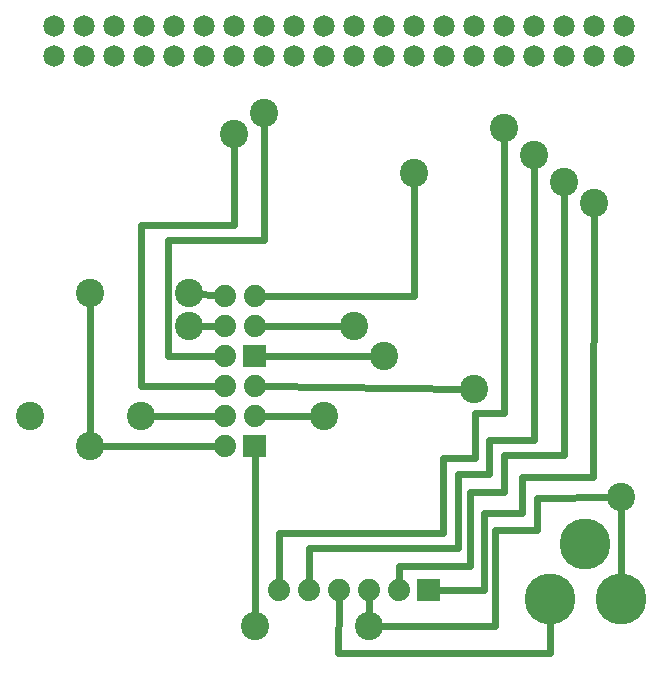
<source format=gbl>
G04 MADE WITH FRITZING*
G04 WWW.FRITZING.ORG*
G04 DOUBLE SIDED*
G04 HOLES PLATED*
G04 CONTOUR ON CENTER OF CONTOUR VECTOR*
%ASAXBY*%
%FSLAX23Y23*%
%MOIN*%
%OFA0B0*%
%SFA1.0B1.0*%
%ADD10C,0.170000*%
%ADD11C,0.074000*%
%ADD12C,0.071889*%
%ADD13C,0.071917*%
%ADD14C,0.094488*%
%ADD15C,0.024000*%
%ADD16R,0.001000X0.001000*%
%LNCOPPER0*%
G90*
G70*
G54D10*
X1787Y239D03*
X2024Y239D03*
X1905Y424D03*
G54D11*
X1384Y269D03*
X1284Y269D03*
X1184Y269D03*
X1084Y269D03*
X984Y269D03*
X884Y269D03*
G54D12*
X134Y2049D03*
X234Y2049D03*
X334Y2049D03*
X434Y2049D03*
G54D13*
X534Y2049D03*
G54D12*
X634Y2049D03*
X734Y2049D03*
X834Y2049D03*
X934Y2049D03*
G54D13*
X1034Y2049D03*
G54D12*
X1134Y2049D03*
G54D13*
X1234Y2049D03*
G54D12*
X1334Y2049D03*
X1434Y2049D03*
X1534Y2049D03*
X1634Y2049D03*
G54D13*
X1734Y2049D03*
G54D12*
X1834Y2049D03*
X1934Y2049D03*
X2034Y2049D03*
X2034Y2149D03*
X1934Y2149D03*
X1834Y2149D03*
G54D13*
X1734Y2149D03*
G54D12*
X1634Y2149D03*
X1534Y2149D03*
X1434Y2149D03*
X1334Y2149D03*
G54D13*
X1234Y2149D03*
G54D12*
X1134Y2149D03*
G54D13*
X1034Y2149D03*
G54D12*
X934Y2149D03*
X834Y2149D03*
X734Y2149D03*
X634Y2149D03*
G54D13*
X534Y2149D03*
G54D12*
X434Y2149D03*
X334Y2149D03*
X234Y2149D03*
X134Y2149D03*
G54D14*
X2024Y579D03*
X1934Y1559D03*
X1834Y1629D03*
X1734Y1719D03*
X1634Y1809D03*
G54D11*
X804Y1049D03*
X704Y1049D03*
X804Y1149D03*
X704Y1149D03*
X804Y1249D03*
X704Y1249D03*
X804Y749D03*
X704Y749D03*
X804Y849D03*
X704Y849D03*
X804Y949D03*
X704Y949D03*
G54D14*
X1184Y149D03*
X804Y149D03*
X834Y1859D03*
X734Y1789D03*
X54Y849D03*
X254Y1259D03*
X584Y1259D03*
X1534Y939D03*
X1134Y1149D03*
X1334Y1659D03*
X1234Y1049D03*
X1034Y849D03*
X424Y849D03*
X584Y1149D03*
X254Y749D03*
G54D15*
X884Y459D02*
X884Y300D01*
D02*
X1432Y711D02*
X1432Y459D01*
D02*
X1536Y711D02*
X1432Y711D01*
D02*
X1432Y459D02*
X884Y459D01*
D02*
X1634Y1782D02*
X1634Y859D01*
D02*
X1536Y859D02*
X1536Y711D01*
D02*
X1634Y859D02*
X1536Y859D01*
D02*
X1482Y657D02*
X1482Y410D01*
D02*
X1482Y410D02*
X984Y410D01*
D02*
X984Y410D02*
X984Y300D01*
D02*
X1585Y657D02*
X1482Y657D01*
D02*
X1734Y771D02*
X1585Y771D01*
D02*
X1734Y1692D02*
X1734Y771D01*
D02*
X1585Y771D02*
X1585Y657D01*
D02*
X1284Y300D02*
X1284Y350D01*
D02*
X1635Y721D02*
X1834Y721D01*
D02*
X1521Y350D02*
X1521Y598D01*
D02*
X1284Y350D02*
X1521Y350D01*
D02*
X1521Y598D02*
X1635Y598D01*
D02*
X1635Y598D02*
X1635Y721D01*
D02*
X1566Y269D02*
X1566Y528D01*
D02*
X1566Y528D02*
X1694Y528D01*
D02*
X1694Y647D02*
X1931Y647D01*
D02*
X1694Y528D02*
X1694Y647D01*
D02*
X1415Y269D02*
X1566Y269D01*
D02*
X1081Y59D02*
X1083Y238D01*
D02*
X1787Y59D02*
X1081Y59D01*
D02*
X1787Y169D02*
X1787Y59D01*
D02*
X1931Y647D02*
X1933Y1532D01*
D02*
X1834Y721D02*
X1834Y1602D01*
D02*
X1997Y579D02*
X1744Y578D01*
D02*
X1744Y578D02*
X1744Y469D01*
D02*
X1605Y469D02*
X1605Y149D01*
D02*
X1605Y149D02*
X1210Y149D01*
D02*
X1184Y176D02*
X1184Y238D01*
D02*
X1744Y469D02*
X1605Y469D01*
D02*
X2024Y552D02*
X2024Y309D01*
D02*
X804Y176D02*
X804Y718D01*
D02*
X834Y1438D02*
X513Y1438D01*
D02*
X513Y1438D02*
X513Y1049D01*
D02*
X513Y1049D02*
X672Y1049D01*
D02*
X834Y1832D02*
X834Y1438D01*
D02*
X735Y1487D02*
X424Y1487D01*
D02*
X424Y1487D02*
X424Y949D01*
D02*
X734Y1762D02*
X735Y1487D01*
D02*
X424Y949D02*
X672Y949D01*
D02*
X254Y1232D02*
X254Y776D01*
D02*
X610Y1257D02*
X673Y1252D01*
D02*
X610Y1149D02*
X672Y1149D01*
D02*
X672Y849D02*
X450Y849D01*
D02*
X1007Y849D02*
X835Y849D01*
D02*
X672Y749D02*
X280Y749D01*
D02*
X1507Y939D02*
X835Y949D01*
D02*
X1207Y1049D02*
X835Y1049D01*
D02*
X1107Y1149D02*
X835Y1149D01*
D02*
X1334Y1632D02*
X1334Y1249D01*
D02*
X1334Y1249D02*
X835Y1249D01*
G54D16*
X766Y1086D02*
X839Y1086D01*
X766Y1085D02*
X839Y1085D01*
X766Y1084D02*
X839Y1084D01*
X766Y1083D02*
X839Y1083D01*
X766Y1082D02*
X839Y1082D01*
X766Y1081D02*
X839Y1081D01*
X766Y1080D02*
X839Y1080D01*
X766Y1079D02*
X839Y1079D01*
X766Y1078D02*
X839Y1078D01*
X766Y1077D02*
X839Y1077D01*
X766Y1076D02*
X839Y1076D01*
X766Y1075D02*
X839Y1075D01*
X766Y1074D02*
X839Y1074D01*
X766Y1073D02*
X839Y1073D01*
X766Y1072D02*
X839Y1072D01*
X766Y1071D02*
X839Y1071D01*
X766Y1070D02*
X839Y1070D01*
X766Y1069D02*
X799Y1069D01*
X807Y1069D02*
X839Y1069D01*
X766Y1068D02*
X795Y1068D01*
X811Y1068D02*
X839Y1068D01*
X766Y1067D02*
X793Y1067D01*
X813Y1067D02*
X839Y1067D01*
X766Y1066D02*
X791Y1066D01*
X814Y1066D02*
X839Y1066D01*
X766Y1065D02*
X790Y1065D01*
X816Y1065D02*
X839Y1065D01*
X766Y1064D02*
X789Y1064D01*
X817Y1064D02*
X839Y1064D01*
X766Y1063D02*
X788Y1063D01*
X818Y1063D02*
X839Y1063D01*
X766Y1062D02*
X787Y1062D01*
X819Y1062D02*
X839Y1062D01*
X766Y1061D02*
X786Y1061D01*
X820Y1061D02*
X839Y1061D01*
X766Y1060D02*
X786Y1060D01*
X820Y1060D02*
X839Y1060D01*
X766Y1059D02*
X785Y1059D01*
X821Y1059D02*
X839Y1059D01*
X766Y1058D02*
X784Y1058D01*
X821Y1058D02*
X839Y1058D01*
X766Y1057D02*
X784Y1057D01*
X822Y1057D02*
X839Y1057D01*
X766Y1056D02*
X784Y1056D01*
X822Y1056D02*
X839Y1056D01*
X766Y1055D02*
X783Y1055D01*
X823Y1055D02*
X839Y1055D01*
X766Y1054D02*
X783Y1054D01*
X823Y1054D02*
X839Y1054D01*
X766Y1053D02*
X783Y1053D01*
X823Y1053D02*
X839Y1053D01*
X766Y1052D02*
X783Y1052D01*
X823Y1052D02*
X839Y1052D01*
X766Y1051D02*
X783Y1051D01*
X823Y1051D02*
X839Y1051D01*
X766Y1050D02*
X782Y1050D01*
X823Y1050D02*
X839Y1050D01*
X766Y1049D02*
X782Y1049D01*
X823Y1049D02*
X839Y1049D01*
X766Y1048D02*
X783Y1048D01*
X823Y1048D02*
X839Y1048D01*
X766Y1047D02*
X783Y1047D01*
X823Y1047D02*
X839Y1047D01*
X766Y1046D02*
X783Y1046D01*
X823Y1046D02*
X839Y1046D01*
X766Y1045D02*
X783Y1045D01*
X823Y1045D02*
X839Y1045D01*
X766Y1044D02*
X783Y1044D01*
X823Y1044D02*
X839Y1044D01*
X766Y1043D02*
X784Y1043D01*
X822Y1043D02*
X839Y1043D01*
X766Y1042D02*
X784Y1042D01*
X822Y1042D02*
X839Y1042D01*
X766Y1041D02*
X784Y1041D01*
X822Y1041D02*
X839Y1041D01*
X766Y1040D02*
X785Y1040D01*
X821Y1040D02*
X839Y1040D01*
X766Y1039D02*
X785Y1039D01*
X820Y1039D02*
X839Y1039D01*
X766Y1038D02*
X786Y1038D01*
X820Y1038D02*
X839Y1038D01*
X766Y1037D02*
X787Y1037D01*
X819Y1037D02*
X839Y1037D01*
X766Y1036D02*
X788Y1036D01*
X818Y1036D02*
X839Y1036D01*
X766Y1035D02*
X789Y1035D01*
X817Y1035D02*
X839Y1035D01*
X766Y1034D02*
X790Y1034D01*
X816Y1034D02*
X839Y1034D01*
X766Y1033D02*
X791Y1033D01*
X815Y1033D02*
X839Y1033D01*
X766Y1032D02*
X793Y1032D01*
X813Y1032D02*
X839Y1032D01*
X766Y1031D02*
X795Y1031D01*
X811Y1031D02*
X839Y1031D01*
X766Y1030D02*
X798Y1030D01*
X808Y1030D02*
X839Y1030D01*
X766Y1029D02*
X839Y1029D01*
X766Y1028D02*
X839Y1028D01*
X766Y1027D02*
X839Y1027D01*
X766Y1026D02*
X839Y1026D01*
X766Y1025D02*
X839Y1025D01*
X766Y1024D02*
X839Y1024D01*
X766Y1023D02*
X839Y1023D01*
X766Y1022D02*
X839Y1022D01*
X766Y1021D02*
X839Y1021D01*
X766Y1020D02*
X839Y1020D01*
X766Y1019D02*
X839Y1019D01*
X766Y1018D02*
X839Y1018D01*
X766Y1017D02*
X839Y1017D01*
X766Y1016D02*
X839Y1016D01*
X766Y1015D02*
X839Y1015D01*
X766Y1014D02*
X839Y1014D01*
X766Y1013D02*
X839Y1013D01*
X766Y786D02*
X839Y786D01*
X766Y785D02*
X839Y785D01*
X766Y784D02*
X839Y784D01*
X766Y783D02*
X839Y783D01*
X766Y782D02*
X839Y782D01*
X766Y781D02*
X839Y781D01*
X766Y780D02*
X839Y780D01*
X766Y779D02*
X839Y779D01*
X766Y778D02*
X839Y778D01*
X766Y777D02*
X839Y777D01*
X766Y776D02*
X839Y776D01*
X766Y775D02*
X839Y775D01*
X766Y774D02*
X839Y774D01*
X766Y773D02*
X839Y773D01*
X766Y772D02*
X839Y772D01*
X766Y771D02*
X839Y771D01*
X766Y770D02*
X839Y770D01*
X766Y769D02*
X799Y769D01*
X807Y769D02*
X839Y769D01*
X766Y768D02*
X795Y768D01*
X811Y768D02*
X839Y768D01*
X766Y767D02*
X793Y767D01*
X813Y767D02*
X839Y767D01*
X766Y766D02*
X791Y766D01*
X815Y766D02*
X839Y766D01*
X766Y765D02*
X790Y765D01*
X816Y765D02*
X839Y765D01*
X766Y764D02*
X789Y764D01*
X817Y764D02*
X839Y764D01*
X766Y763D02*
X788Y763D01*
X818Y763D02*
X839Y763D01*
X766Y762D02*
X787Y762D01*
X819Y762D02*
X839Y762D01*
X766Y761D02*
X786Y761D01*
X820Y761D02*
X839Y761D01*
X766Y760D02*
X786Y760D01*
X820Y760D02*
X839Y760D01*
X766Y759D02*
X785Y759D01*
X821Y759D02*
X839Y759D01*
X766Y758D02*
X784Y758D01*
X821Y758D02*
X839Y758D01*
X766Y757D02*
X784Y757D01*
X822Y757D02*
X839Y757D01*
X766Y756D02*
X784Y756D01*
X822Y756D02*
X839Y756D01*
X766Y755D02*
X783Y755D01*
X823Y755D02*
X839Y755D01*
X766Y754D02*
X783Y754D01*
X823Y754D02*
X839Y754D01*
X766Y753D02*
X783Y753D01*
X823Y753D02*
X839Y753D01*
X766Y752D02*
X783Y752D01*
X823Y752D02*
X839Y752D01*
X766Y751D02*
X783Y751D01*
X823Y751D02*
X839Y751D01*
X766Y750D02*
X782Y750D01*
X823Y750D02*
X839Y750D01*
X766Y749D02*
X782Y749D01*
X823Y749D02*
X839Y749D01*
X766Y748D02*
X783Y748D01*
X823Y748D02*
X839Y748D01*
X766Y747D02*
X783Y747D01*
X823Y747D02*
X839Y747D01*
X766Y746D02*
X783Y746D01*
X823Y746D02*
X839Y746D01*
X766Y745D02*
X783Y745D01*
X823Y745D02*
X839Y745D01*
X766Y744D02*
X783Y744D01*
X823Y744D02*
X839Y744D01*
X766Y743D02*
X784Y743D01*
X822Y743D02*
X839Y743D01*
X766Y742D02*
X784Y742D01*
X822Y742D02*
X839Y742D01*
X766Y741D02*
X784Y741D01*
X822Y741D02*
X839Y741D01*
X766Y740D02*
X785Y740D01*
X821Y740D02*
X839Y740D01*
X766Y739D02*
X785Y739D01*
X820Y739D02*
X839Y739D01*
X766Y738D02*
X786Y738D01*
X820Y738D02*
X839Y738D01*
X766Y737D02*
X787Y737D01*
X819Y737D02*
X839Y737D01*
X766Y736D02*
X788Y736D01*
X818Y736D02*
X839Y736D01*
X766Y735D02*
X789Y735D01*
X817Y735D02*
X839Y735D01*
X766Y734D02*
X790Y734D01*
X816Y734D02*
X839Y734D01*
X766Y733D02*
X791Y733D01*
X815Y733D02*
X839Y733D01*
X766Y732D02*
X793Y732D01*
X813Y732D02*
X839Y732D01*
X766Y731D02*
X795Y731D01*
X811Y731D02*
X839Y731D01*
X766Y730D02*
X798Y730D01*
X808Y730D02*
X839Y730D01*
X766Y729D02*
X839Y729D01*
X766Y728D02*
X839Y728D01*
X766Y727D02*
X839Y727D01*
X766Y726D02*
X839Y726D01*
X766Y725D02*
X839Y725D01*
X766Y724D02*
X839Y724D01*
X766Y723D02*
X839Y723D01*
X766Y722D02*
X839Y722D01*
X766Y721D02*
X839Y721D01*
X766Y720D02*
X839Y720D01*
X766Y719D02*
X839Y719D01*
X766Y718D02*
X839Y718D01*
X766Y717D02*
X839Y717D01*
X766Y716D02*
X839Y716D01*
X766Y715D02*
X839Y715D01*
X766Y714D02*
X839Y714D01*
X766Y713D02*
X839Y713D01*
X1346Y306D02*
X1419Y306D01*
X1346Y305D02*
X1419Y305D01*
X1346Y304D02*
X1419Y304D01*
X1346Y303D02*
X1419Y303D01*
X1346Y302D02*
X1419Y302D01*
X1346Y301D02*
X1419Y301D01*
X1346Y300D02*
X1419Y300D01*
X1346Y299D02*
X1419Y299D01*
X1346Y298D02*
X1419Y298D01*
X1346Y297D02*
X1419Y297D01*
X1346Y296D02*
X1419Y296D01*
X1346Y295D02*
X1419Y295D01*
X1346Y294D02*
X1419Y294D01*
X1346Y293D02*
X1419Y293D01*
X1346Y292D02*
X1419Y292D01*
X1346Y291D02*
X1419Y291D01*
X1346Y290D02*
X1419Y290D01*
X1346Y289D02*
X1378Y289D01*
X1387Y289D02*
X1419Y289D01*
X1346Y288D02*
X1375Y288D01*
X1391Y288D02*
X1419Y288D01*
X1346Y287D02*
X1373Y287D01*
X1393Y287D02*
X1419Y287D01*
X1346Y286D02*
X1371Y286D01*
X1394Y286D02*
X1419Y286D01*
X1346Y285D02*
X1370Y285D01*
X1396Y285D02*
X1419Y285D01*
X1346Y284D02*
X1369Y284D01*
X1397Y284D02*
X1419Y284D01*
X1346Y283D02*
X1368Y283D01*
X1398Y283D02*
X1419Y283D01*
X1346Y282D02*
X1367Y282D01*
X1399Y282D02*
X1419Y282D01*
X1346Y281D02*
X1366Y281D01*
X1400Y281D02*
X1419Y281D01*
X1346Y280D02*
X1365Y280D01*
X1400Y280D02*
X1419Y280D01*
X1346Y279D02*
X1365Y279D01*
X1401Y279D02*
X1419Y279D01*
X1346Y278D02*
X1364Y278D01*
X1401Y278D02*
X1419Y278D01*
X1346Y277D02*
X1364Y277D01*
X1402Y277D02*
X1419Y277D01*
X1346Y276D02*
X1364Y276D01*
X1402Y276D02*
X1419Y276D01*
X1346Y275D02*
X1363Y275D01*
X1402Y275D02*
X1419Y275D01*
X1346Y274D02*
X1363Y274D01*
X1403Y274D02*
X1419Y274D01*
X1346Y273D02*
X1363Y273D01*
X1403Y273D02*
X1419Y273D01*
X1346Y272D02*
X1363Y272D01*
X1403Y272D02*
X1419Y272D01*
X1346Y271D02*
X1362Y271D01*
X1403Y271D02*
X1419Y271D01*
X1346Y270D02*
X1362Y270D01*
X1403Y270D02*
X1419Y270D01*
X1346Y269D02*
X1362Y269D01*
X1403Y269D02*
X1419Y269D01*
X1346Y268D02*
X1362Y268D01*
X1403Y268D02*
X1419Y268D01*
X1346Y267D02*
X1363Y267D01*
X1403Y267D02*
X1419Y267D01*
X1346Y266D02*
X1363Y266D01*
X1403Y266D02*
X1419Y266D01*
X1346Y265D02*
X1363Y265D01*
X1403Y265D02*
X1419Y265D01*
X1346Y264D02*
X1363Y264D01*
X1402Y264D02*
X1419Y264D01*
X1346Y263D02*
X1363Y263D01*
X1402Y263D02*
X1419Y263D01*
X1346Y262D02*
X1364Y262D01*
X1402Y262D02*
X1419Y262D01*
X1346Y261D02*
X1364Y261D01*
X1401Y261D02*
X1419Y261D01*
X1346Y260D02*
X1365Y260D01*
X1401Y260D02*
X1419Y260D01*
X1346Y259D02*
X1365Y259D01*
X1400Y259D02*
X1419Y259D01*
X1346Y258D02*
X1366Y258D01*
X1400Y258D02*
X1419Y258D01*
X1346Y257D02*
X1367Y257D01*
X1399Y257D02*
X1419Y257D01*
X1346Y256D02*
X1368Y256D01*
X1398Y256D02*
X1419Y256D01*
X1346Y255D02*
X1369Y255D01*
X1397Y255D02*
X1419Y255D01*
X1346Y254D02*
X1370Y254D01*
X1396Y254D02*
X1419Y254D01*
X1346Y253D02*
X1371Y253D01*
X1395Y253D02*
X1419Y253D01*
X1346Y252D02*
X1373Y252D01*
X1393Y252D02*
X1419Y252D01*
X1346Y251D02*
X1375Y251D01*
X1391Y251D02*
X1419Y251D01*
X1346Y250D02*
X1378Y250D01*
X1388Y250D02*
X1419Y250D01*
X1346Y249D02*
X1419Y249D01*
X1346Y248D02*
X1419Y248D01*
X1346Y247D02*
X1419Y247D01*
X1346Y246D02*
X1419Y246D01*
X1346Y245D02*
X1419Y245D01*
X1346Y244D02*
X1419Y244D01*
X1346Y243D02*
X1419Y243D01*
X1346Y242D02*
X1419Y242D01*
X1346Y241D02*
X1419Y241D01*
X1346Y240D02*
X1419Y240D01*
X1346Y239D02*
X1419Y239D01*
X1346Y238D02*
X1419Y238D01*
X1346Y237D02*
X1419Y237D01*
X1346Y236D02*
X1419Y236D01*
X1346Y235D02*
X1419Y235D01*
X1346Y234D02*
X1419Y234D01*
X1346Y233D02*
X1419Y233D01*
D02*
G04 End of Copper0*
M02*
</source>
